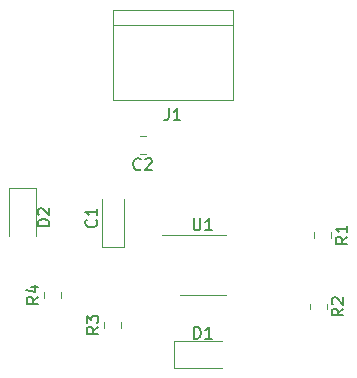
<source format=gbr>
%TF.GenerationSoftware,KiCad,Pcbnew,(6.0.10)*%
%TF.CreationDate,2023-02-17T12:14:38-08:00*%
%TF.ProjectId,lab4newproject,6c616234-6e65-4777-9072-6f6a6563742e,rev?*%
%TF.SameCoordinates,Original*%
%TF.FileFunction,Legend,Top*%
%TF.FilePolarity,Positive*%
%FSLAX46Y46*%
G04 Gerber Fmt 4.6, Leading zero omitted, Abs format (unit mm)*
G04 Created by KiCad (PCBNEW (6.0.10)) date 2023-02-17 12:14:38*
%MOMM*%
%LPD*%
G01*
G04 APERTURE LIST*
%ADD10C,0.150000*%
%ADD11C,0.120000*%
G04 APERTURE END LIST*
D10*
%TO.C,R4*%
X125802380Y-104306666D02*
X125326190Y-104640000D01*
X125802380Y-104878095D02*
X124802380Y-104878095D01*
X124802380Y-104497142D01*
X124850000Y-104401904D01*
X124897619Y-104354285D01*
X124992857Y-104306666D01*
X125135714Y-104306666D01*
X125230952Y-104354285D01*
X125278571Y-104401904D01*
X125326190Y-104497142D01*
X125326190Y-104878095D01*
X125135714Y-103449523D02*
X125802380Y-103449523D01*
X124754761Y-103687619D02*
X125469047Y-103925714D01*
X125469047Y-103306666D01*
%TO.C,C1*%
X130687142Y-97789166D02*
X130734761Y-97836785D01*
X130782380Y-97979642D01*
X130782380Y-98074880D01*
X130734761Y-98217738D01*
X130639523Y-98312976D01*
X130544285Y-98360595D01*
X130353809Y-98408214D01*
X130210952Y-98408214D01*
X130020476Y-98360595D01*
X129925238Y-98312976D01*
X129830000Y-98217738D01*
X129782380Y-98074880D01*
X129782380Y-97979642D01*
X129830000Y-97836785D01*
X129877619Y-97789166D01*
X130782380Y-96836785D02*
X130782380Y-97408214D01*
X130782380Y-97122500D02*
X129782380Y-97122500D01*
X129925238Y-97217738D01*
X130020476Y-97312976D01*
X130068095Y-97408214D01*
%TO.C,U1*%
X138938095Y-97652380D02*
X138938095Y-98461904D01*
X138985714Y-98557142D01*
X139033333Y-98604761D01*
X139128571Y-98652380D01*
X139319047Y-98652380D01*
X139414285Y-98604761D01*
X139461904Y-98557142D01*
X139509523Y-98461904D01*
X139509523Y-97652380D01*
X140509523Y-98652380D02*
X139938095Y-98652380D01*
X140223809Y-98652380D02*
X140223809Y-97652380D01*
X140128571Y-97795238D01*
X140033333Y-97890476D01*
X139938095Y-97938095D01*
%TO.C,R3*%
X130882380Y-106846666D02*
X130406190Y-107180000D01*
X130882380Y-107418095D02*
X129882380Y-107418095D01*
X129882380Y-107037142D01*
X129930000Y-106941904D01*
X129977619Y-106894285D01*
X130072857Y-106846666D01*
X130215714Y-106846666D01*
X130310952Y-106894285D01*
X130358571Y-106941904D01*
X130406190Y-107037142D01*
X130406190Y-107418095D01*
X129882380Y-106513333D02*
X129882380Y-105894285D01*
X130263333Y-106227619D01*
X130263333Y-106084761D01*
X130310952Y-105989523D01*
X130358571Y-105941904D01*
X130453809Y-105894285D01*
X130691904Y-105894285D01*
X130787142Y-105941904D01*
X130834761Y-105989523D01*
X130882380Y-106084761D01*
X130882380Y-106370476D01*
X130834761Y-106465714D01*
X130787142Y-106513333D01*
%TO.C,D2*%
X126732380Y-98310595D02*
X125732380Y-98310595D01*
X125732380Y-98072500D01*
X125780000Y-97929642D01*
X125875238Y-97834404D01*
X125970476Y-97786785D01*
X126160952Y-97739166D01*
X126303809Y-97739166D01*
X126494285Y-97786785D01*
X126589523Y-97834404D01*
X126684761Y-97929642D01*
X126732380Y-98072500D01*
X126732380Y-98310595D01*
X125827619Y-97358214D02*
X125780000Y-97310595D01*
X125732380Y-97215357D01*
X125732380Y-96977261D01*
X125780000Y-96882023D01*
X125827619Y-96834404D01*
X125922857Y-96786785D01*
X126018095Y-96786785D01*
X126160952Y-96834404D01*
X126732380Y-97405833D01*
X126732380Y-96786785D01*
%TO.C,J1*%
X136826666Y-88352380D02*
X136826666Y-89066666D01*
X136779047Y-89209523D01*
X136683809Y-89304761D01*
X136540952Y-89352380D01*
X136445714Y-89352380D01*
X137826666Y-89352380D02*
X137255238Y-89352380D01*
X137540952Y-89352380D02*
X137540952Y-88352380D01*
X137445714Y-88495238D01*
X137350476Y-88590476D01*
X137255238Y-88638095D01*
%TO.C,R1*%
X151962380Y-99226666D02*
X151486190Y-99560000D01*
X151962380Y-99798095D02*
X150962380Y-99798095D01*
X150962380Y-99417142D01*
X151010000Y-99321904D01*
X151057619Y-99274285D01*
X151152857Y-99226666D01*
X151295714Y-99226666D01*
X151390952Y-99274285D01*
X151438571Y-99321904D01*
X151486190Y-99417142D01*
X151486190Y-99798095D01*
X151962380Y-98274285D02*
X151962380Y-98845714D01*
X151962380Y-98560000D02*
X150962380Y-98560000D01*
X151105238Y-98655238D01*
X151200476Y-98750476D01*
X151248095Y-98845714D01*
%TO.C,D1*%
X138961904Y-107852380D02*
X138961904Y-106852380D01*
X139200000Y-106852380D01*
X139342857Y-106900000D01*
X139438095Y-106995238D01*
X139485714Y-107090476D01*
X139533333Y-107280952D01*
X139533333Y-107423809D01*
X139485714Y-107614285D01*
X139438095Y-107709523D01*
X139342857Y-107804761D01*
X139200000Y-107852380D01*
X138961904Y-107852380D01*
X140485714Y-107852380D02*
X139914285Y-107852380D01*
X140200000Y-107852380D02*
X140200000Y-106852380D01*
X140104761Y-106995238D01*
X140009523Y-107090476D01*
X139914285Y-107138095D01*
%TO.C,C2*%
X134453333Y-93477142D02*
X134405714Y-93524761D01*
X134262857Y-93572380D01*
X134167619Y-93572380D01*
X134024761Y-93524761D01*
X133929523Y-93429523D01*
X133881904Y-93334285D01*
X133834285Y-93143809D01*
X133834285Y-93000952D01*
X133881904Y-92810476D01*
X133929523Y-92715238D01*
X134024761Y-92620000D01*
X134167619Y-92572380D01*
X134262857Y-92572380D01*
X134405714Y-92620000D01*
X134453333Y-92667619D01*
X134834285Y-92667619D02*
X134881904Y-92620000D01*
X134977142Y-92572380D01*
X135215238Y-92572380D01*
X135310476Y-92620000D01*
X135358095Y-92667619D01*
X135405714Y-92762857D01*
X135405714Y-92858095D01*
X135358095Y-93000952D01*
X134786666Y-93572380D01*
X135405714Y-93572380D01*
%TO.C,R2*%
X151617380Y-105306666D02*
X151141190Y-105640000D01*
X151617380Y-105878095D02*
X150617380Y-105878095D01*
X150617380Y-105497142D01*
X150665000Y-105401904D01*
X150712619Y-105354285D01*
X150807857Y-105306666D01*
X150950714Y-105306666D01*
X151045952Y-105354285D01*
X151093571Y-105401904D01*
X151141190Y-105497142D01*
X151141190Y-105878095D01*
X150712619Y-104925714D02*
X150665000Y-104878095D01*
X150617380Y-104782857D01*
X150617380Y-104544761D01*
X150665000Y-104449523D01*
X150712619Y-104401904D01*
X150807857Y-104354285D01*
X150903095Y-104354285D01*
X151045952Y-104401904D01*
X151617380Y-104973333D01*
X151617380Y-104354285D01*
D11*
%TO.C,R4*%
X127735000Y-104367064D02*
X127735000Y-103912936D01*
X126265000Y-104367064D02*
X126265000Y-103912936D01*
%TO.C,C1*%
X133015000Y-100107500D02*
X133015000Y-96022500D01*
X131145000Y-96022500D02*
X131145000Y-100107500D01*
X131145000Y-100107500D02*
X133015000Y-100107500D01*
%TO.C,U1*%
X139700000Y-99040000D02*
X141650000Y-99040000D01*
X139700000Y-104160000D02*
X141650000Y-104160000D01*
X139700000Y-104160000D02*
X137750000Y-104160000D01*
X139700000Y-99040000D02*
X136250000Y-99040000D01*
%TO.C,R3*%
X131345000Y-106907064D02*
X131345000Y-106452936D01*
X132815000Y-106907064D02*
X132815000Y-106452936D01*
%TO.C,D2*%
X123325000Y-95112500D02*
X123325000Y-99172500D01*
X125595000Y-99172500D02*
X125595000Y-95112500D01*
X125595000Y-95112500D02*
X123325000Y-95112500D01*
%TO.C,J1*%
X142240000Y-80010000D02*
X132080000Y-80010000D01*
X142240000Y-87630000D02*
X142240000Y-80010000D01*
X132080000Y-81280000D02*
X142240000Y-81280000D01*
X132080000Y-80010000D02*
X132080000Y-87630000D01*
X132080000Y-87630000D02*
X142240000Y-87630000D01*
%TO.C,R1*%
X149125000Y-98832936D02*
X149125000Y-99287064D01*
X150595000Y-98832936D02*
X150595000Y-99287064D01*
%TO.C,D1*%
X137240000Y-110355000D02*
X141300000Y-110355000D01*
X141300000Y-108085000D02*
X137240000Y-108085000D01*
X137240000Y-108085000D02*
X137240000Y-110355000D01*
%TO.C,C2*%
X134881252Y-90705000D02*
X134358748Y-90705000D01*
X134881252Y-92175000D02*
X134358748Y-92175000D01*
%TO.C,R2*%
X150250000Y-104912936D02*
X150250000Y-105367064D01*
X148780000Y-104912936D02*
X148780000Y-105367064D01*
%TD*%
M02*

</source>
